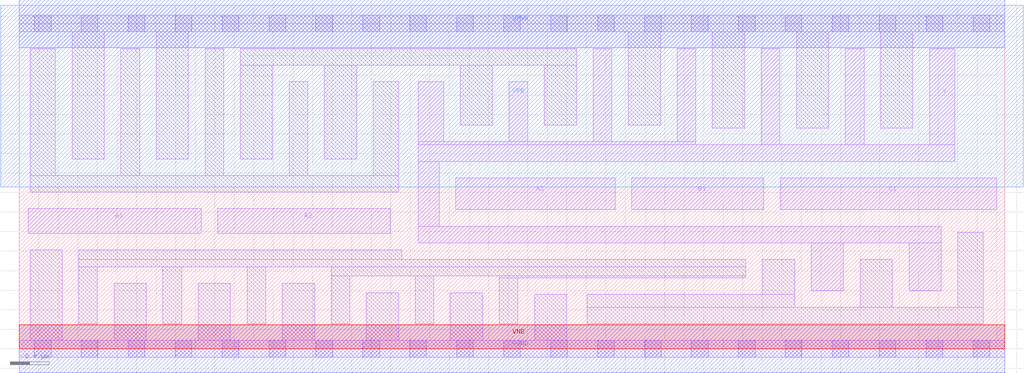
<source format=lef>
# Copyright 2020 The SkyWater PDK Authors
#
# Licensed under the Apache License, Version 2.0 (the "License");
# you may not use this file except in compliance with the License.
# You may obtain a copy of the License at
#
#     https://www.apache.org/licenses/LICENSE-2.0
#
# Unless required by applicable law or agreed to in writing, software
# distributed under the License is distributed on an "AS IS" BASIS,
# WITHOUT WARRANTIES OR CONDITIONS OF ANY KIND, either express or implied.
# See the License for the specific language governing permissions and
# limitations under the License.
#
# SPDX-License-Identifier: Apache-2.0

VERSION 5.7 ;
  NOWIREEXTENSIONATPIN ON ;
  DIVIDERCHAR "/" ;
  BUSBITCHARS "[]" ;
MACRO sky130_fd_sc_lp__o311ai_4
  CLASS CORE ;
  FOREIGN sky130_fd_sc_lp__o311ai_4 ;
  ORIGIN  0.000000  0.000000 ;
  SIZE  10.08000 BY  3.330000 ;
  SYMMETRY X Y R90 ;
  SITE unit ;
  PIN A1
    ANTENNAGATEAREA  1.260000 ;
    DIRECTION INPUT ;
    USE SIGNAL ;
    PORT
      LAYER li1 ;
        RECT 0.090000 1.180000 1.860000 1.435000 ;
    END
  END A1
  PIN A2
    ANTENNAGATEAREA  1.260000 ;
    DIRECTION INPUT ;
    USE SIGNAL ;
    PORT
      LAYER li1 ;
        RECT 2.030000 1.180000 3.795000 1.435000 ;
    END
  END A2
  PIN A3
    ANTENNAGATEAREA  1.260000 ;
    DIRECTION INPUT ;
    USE SIGNAL ;
    PORT
      LAYER li1 ;
        RECT 4.465000 1.425000 6.095000 1.750000 ;
    END
  END A3
  PIN B1
    ANTENNAGATEAREA  1.260000 ;
    DIRECTION INPUT ;
    USE SIGNAL ;
    PORT
      LAYER li1 ;
        RECT 6.265000 1.425000 7.615000 1.750000 ;
    END
  END B1
  PIN C1
    ANTENNAGATEAREA  1.260000 ;
    DIRECTION INPUT ;
    USE SIGNAL ;
    PORT
      LAYER li1 ;
        RECT 7.785000 1.425000 9.995000 1.750000 ;
    END
  END C1
  PIN Y
    ANTENNADIFFAREA  3.061800 ;
    DIRECTION OUTPUT ;
    USE SIGNAL ;
    PORT
      LAYER li1 ;
        RECT 4.080000 1.085000 9.430000 1.255000 ;
        RECT 4.080000 1.255000 4.295000 1.920000 ;
        RECT 4.080000 1.920000 9.570000 2.090000 ;
        RECT 4.080000 2.090000 6.920000 2.120000 ;
        RECT 4.080000 2.120000 4.340000 2.735000 ;
        RECT 5.010000 2.120000 5.200000 2.735000 ;
        RECT 5.870000 2.120000 6.060000 3.075000 ;
        RECT 6.730000 2.120000 6.920000 3.075000 ;
        RECT 7.590000 2.090000 7.780000 3.075000 ;
        RECT 8.100000 0.595000 8.430000 1.085000 ;
        RECT 8.450000 2.090000 8.640000 3.075000 ;
        RECT 9.100000 0.595000 9.430000 1.085000 ;
        RECT 9.310000 2.090000 9.570000 3.075000 ;
    END
  END Y
  PIN VGND
    DIRECTION INOUT ;
    USE GROUND ;
    PORT
      LAYER met1 ;
        RECT 0.000000 -0.245000 10.080000 0.245000 ;
    END
  END VGND
  PIN VNB
    DIRECTION INOUT ;
    USE GROUND ;
    PORT
      LAYER pwell ;
        RECT 0.000000 0.000000 10.080000 0.245000 ;
    END
  END VNB
  PIN VPB
    DIRECTION INOUT ;
    USE POWER ;
    PORT
      LAYER nwell ;
        RECT -0.190000 1.655000 10.270000 3.520000 ;
    END
  END VPB
  PIN VPWR
    DIRECTION INOUT ;
    USE POWER ;
    PORT
      LAYER met1 ;
        RECT 0.000000 3.085000 10.080000 3.575000 ;
    END
  END VPWR
  OBS
    LAYER li1 ;
      RECT 0.000000 -0.085000 10.080000 0.085000 ;
      RECT 0.000000  3.245000 10.080000 3.415000 ;
      RECT 0.110000  0.085000  0.440000 1.010000 ;
      RECT 0.110000  1.605000  3.880000 1.775000 ;
      RECT 0.110000  1.775000  0.370000 3.075000 ;
      RECT 0.540000  1.945000  0.870000 3.245000 ;
      RECT 0.610000  0.255000  0.800000 0.840000 ;
      RECT 0.610000  0.840000  7.430000 0.915000 ;
      RECT 0.610000  0.915000  3.910000 1.010000 ;
      RECT 0.970000  0.085000  1.300000 0.670000 ;
      RECT 1.040000  1.775000  1.230000 3.075000 ;
      RECT 1.400000  1.945000  1.730000 3.245000 ;
      RECT 1.470000  0.255000  1.660000 0.840000 ;
      RECT 1.830000  0.085000  2.160000 0.670000 ;
      RECT 1.900000  1.775000  2.090000 3.075000 ;
      RECT 2.260000  1.945000  2.590000 2.905000 ;
      RECT 2.260000  2.905000  5.700000 3.075000 ;
      RECT 2.330000  0.255000  2.520000 0.840000 ;
      RECT 2.690000  0.085000  3.020000 0.670000 ;
      RECT 2.760000  1.775000  2.950000 2.735000 ;
      RECT 3.120000  1.945000  3.450000 2.905000 ;
      RECT 3.190000  0.255000  3.380000 0.745000 ;
      RECT 3.190000  0.745000  7.430000 0.840000 ;
      RECT 3.550000  0.085000  3.880000 0.575000 ;
      RECT 3.620000  1.775000  3.880000 2.735000 ;
      RECT 4.050000  0.255000  4.240000 0.745000 ;
      RECT 4.410000  0.085000  4.740000 0.575000 ;
      RECT 4.510000  2.290000  4.840000 2.905000 ;
      RECT 4.910000  0.255000  5.100000 0.725000 ;
      RECT 4.910000  0.725000  7.430000 0.745000 ;
      RECT 5.270000  0.085000  5.600000 0.555000 ;
      RECT 5.370000  2.290000  5.700000 2.905000 ;
      RECT 5.810000  0.255000  9.860000 0.425000 ;
      RECT 5.810000  0.425000  7.930000 0.555000 ;
      RECT 6.230000  2.290000  6.560000 3.245000 ;
      RECT 7.090000  2.260000  7.420000 3.245000 ;
      RECT 7.600000  0.555000  7.930000 0.915000 ;
      RECT 7.950000  2.260000  8.280000 3.245000 ;
      RECT 8.600000  0.425000  8.930000 0.915000 ;
      RECT 8.810000  2.260000  9.140000 3.245000 ;
      RECT 9.600000  0.425000  9.860000 1.190000 ;
    LAYER mcon ;
      RECT 0.155000 -0.085000 0.325000 0.085000 ;
      RECT 0.155000  3.245000 0.325000 3.415000 ;
      RECT 0.635000 -0.085000 0.805000 0.085000 ;
      RECT 0.635000  3.245000 0.805000 3.415000 ;
      RECT 1.115000 -0.085000 1.285000 0.085000 ;
      RECT 1.115000  3.245000 1.285000 3.415000 ;
      RECT 1.595000 -0.085000 1.765000 0.085000 ;
      RECT 1.595000  3.245000 1.765000 3.415000 ;
      RECT 2.075000 -0.085000 2.245000 0.085000 ;
      RECT 2.075000  3.245000 2.245000 3.415000 ;
      RECT 2.555000 -0.085000 2.725000 0.085000 ;
      RECT 2.555000  3.245000 2.725000 3.415000 ;
      RECT 3.035000 -0.085000 3.205000 0.085000 ;
      RECT 3.035000  3.245000 3.205000 3.415000 ;
      RECT 3.515000 -0.085000 3.685000 0.085000 ;
      RECT 3.515000  3.245000 3.685000 3.415000 ;
      RECT 3.995000 -0.085000 4.165000 0.085000 ;
      RECT 3.995000  3.245000 4.165000 3.415000 ;
      RECT 4.475000 -0.085000 4.645000 0.085000 ;
      RECT 4.475000  3.245000 4.645000 3.415000 ;
      RECT 4.955000 -0.085000 5.125000 0.085000 ;
      RECT 4.955000  3.245000 5.125000 3.415000 ;
      RECT 5.435000 -0.085000 5.605000 0.085000 ;
      RECT 5.435000  3.245000 5.605000 3.415000 ;
      RECT 5.915000 -0.085000 6.085000 0.085000 ;
      RECT 5.915000  3.245000 6.085000 3.415000 ;
      RECT 6.395000 -0.085000 6.565000 0.085000 ;
      RECT 6.395000  3.245000 6.565000 3.415000 ;
      RECT 6.875000 -0.085000 7.045000 0.085000 ;
      RECT 6.875000  3.245000 7.045000 3.415000 ;
      RECT 7.355000 -0.085000 7.525000 0.085000 ;
      RECT 7.355000  3.245000 7.525000 3.415000 ;
      RECT 7.835000 -0.085000 8.005000 0.085000 ;
      RECT 7.835000  3.245000 8.005000 3.415000 ;
      RECT 8.315000 -0.085000 8.485000 0.085000 ;
      RECT 8.315000  3.245000 8.485000 3.415000 ;
      RECT 8.795000 -0.085000 8.965000 0.085000 ;
      RECT 8.795000  3.245000 8.965000 3.415000 ;
      RECT 9.275000 -0.085000 9.445000 0.085000 ;
      RECT 9.275000  3.245000 9.445000 3.415000 ;
      RECT 9.755000 -0.085000 9.925000 0.085000 ;
      RECT 9.755000  3.245000 9.925000 3.415000 ;
  END
END sky130_fd_sc_lp__o311ai_4
END LIBRARY

</source>
